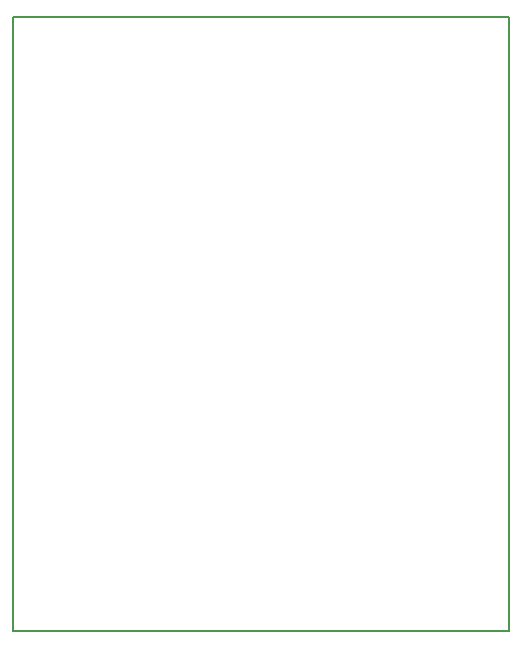
<source format=gm1>
G04 #@! TF.GenerationSoftware,KiCad,Pcbnew,5.0.2-bee76a0~70~ubuntu18.04.1*
G04 #@! TF.CreationDate,2019-03-12T09:35:17+03:00*
G04 #@! TF.ProjectId,LED_matrix,4c45445f-6d61-4747-9269-782e6b696361,rev?*
G04 #@! TF.SameCoordinates,Original*
G04 #@! TF.FileFunction,Profile,NP*
%FSLAX46Y46*%
G04 Gerber Fmt 4.6, Leading zero omitted, Abs format (unit mm)*
G04 Created by KiCad (PCBNEW 5.0.2-bee76a0~70~ubuntu18.04.1) date Вт 12 мар 2019 09:35:17*
%MOMM*%
%LPD*%
G01*
G04 APERTURE LIST*
%ADD10C,0.150000*%
G04 APERTURE END LIST*
D10*
X93100000Y-133400000D02*
X93100000Y-81400000D01*
X135100000Y-133400000D02*
X93100000Y-133400000D01*
X135100000Y-81400000D02*
X135100000Y-133400000D01*
X93100000Y-81400000D02*
X135100000Y-81400000D01*
M02*

</source>
